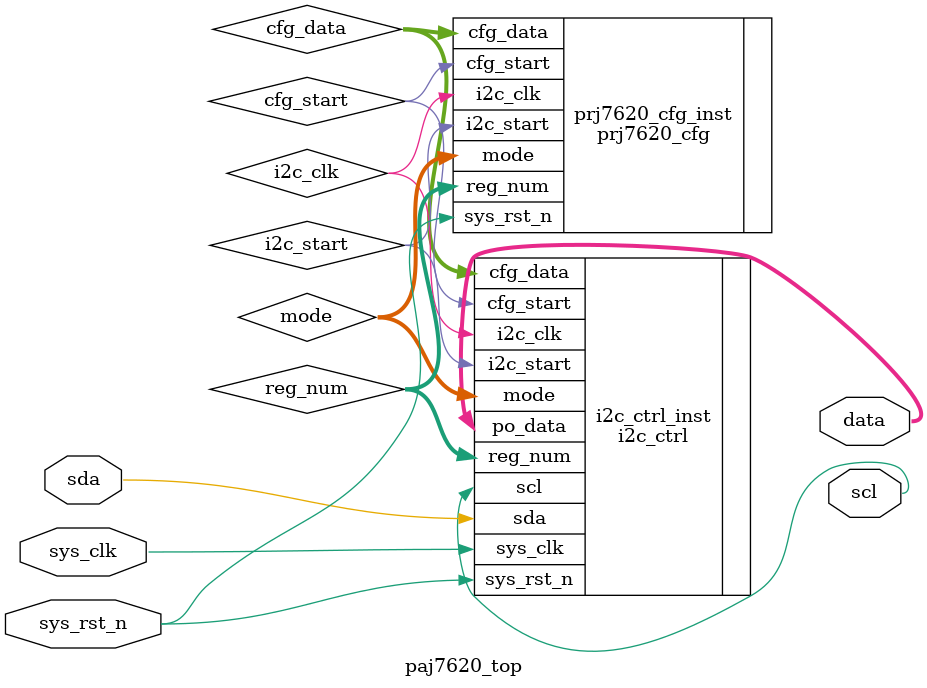
<source format=v>
module  paj7620_top
(
	input	wire			sys_clk		,
	input	wire			sys_rst_n	,
	
	output	wire			scl			,
	// output	reg 	[3:0]	led			,
	output	wire	[7:0]	data		,
	
	inout	wire			sda	
);

//parameter	CNT_MAX	=	26'd50_000_000  ;
parameter	CNT_MAX	=	10'd1000  ;

wire			i2c_start	;
wire			cfg_start	;
wire			i2c_clk		;
wire	[23:0]	cfg_data	;
wire	[2:0]	mode		;
wire	[5:0]	reg_num		;
(*noprune*)reg		[25:0]	cnt[3:0]	;
(*noprune*)reg				flag[3:0]	;

always@(posedge sys_clk or negedge sys_rst_n)
	if(sys_rst_n == 1'b0)
		begin
			flag[0]	<=  1'b0	;
			flag[1]	<=  1'b0	;
			flag[2]	<=  1'b0	;
			flag[3]	<=  1'b0	;
		end
	else  if((data[3:0] == 4'b1000)||((data[3:0] == 4'b0000)&&(flag[3] == 1'b1)))
		begin
			flag[0]	<=  1'b0	;
			flag[1]	<=  1'b0	;
			flag[2]	<=  1'b0	;
			if(cnt[3] == CNT_MAX - 1'b1)
				flag[3] <=  1'b0 	;
			else  
				flag[3]	<=  1'b1	;
		end		
	else  if((data[3:0] == 4'b0100)||((data[3:0] == 4'b0000)&&(flag[2] == 1'b1)))
		begin
			flag[0]	<=  1'b0	;
			flag[1]	<=  1'b0	;
			if(cnt[2] == CNT_MAX - 1'b1)
				flag[2]	<=  1'b0	;
			else
				flag[2] <=  1'b1	;
			flag[3]	<=  1'b0	;
		end	
	else  if((data[3:0] == 4'b0010)||((data[3:0] == 4'b0000)&&(flag[1] == 1'b1)))
		begin
			flag[0]	<=  1'b0	;
			if(cnt[1] == CNT_MAX - 1'b1)
				flag[1]	<=  1'b0	;
			else
				flag[1] <=  1'b1	;
			flag[2]	<=  1'b0	;
			flag[3]	<=  1'b0	;
		end	
	else  if((data[3:0] == 4'b0001)||((data[3:0] == 4'b0000)&&(flag[0] == 1'b1)))
		begin
			if(cnt[0] == CNT_MAX - 1'b1)
				flag[0]	<=  1'b0	;
			else
				flag[0]	<=  1'b1	;
			flag[1]	<=  1'b0	;
			flag[2]	<=  1'b0	;
			flag[3]	<=  1'b0	;
		end
	else  if(data[3:0] == 4'b0000)
		begin
			flag[0]	<=  1'b0  ;
			flag[1]	<=  1'b0  ;
			flag[2] <=  1'b0  ;
			flag[3] <=  1'b0  ;
		end
	else
		begin
			flag[0]	<=  flag[0]	;		
			flag[1]	<=  flag[1]	;		
			flag[2]	<=  flag[2]	;		
			flag[3]	<=  flag[3]	;		
		end
		
always@(posedge sys_clk or negedge sys_rst_n)
	if(sys_rst_n == 1'b0)
		begin
			cnt[0]	<=  26'd0  ;
			cnt[1]	<=  26'd0  ;
			cnt[2]	<=  26'd0  ;
			cnt[3]	<=  26'd0  ;
		end
	else  if(flag[0] == 1'b1)
		begin
			cnt[0]	<=  cnt[0] + 1'b1  ;
			cnt[1]	<=  26'd0  ;
			cnt[2]	<=  26'd0  ;
			cnt[3]	<=  26'd0  ;
		end	
	else  if(flag[1] == 1'b1)
		begin
			cnt[1]	<=  cnt[1] + 1'b1  ;
			cnt[0]	<=  26'd0  ;
			cnt[2]	<=  26'd0  ;
			cnt[3]	<=  26'd0  ;
		end	
		
	else  if(flag[2] == 1'b1)
		begin
			cnt[2]	<=  cnt[2] + 1'b1  ;
			cnt[0]	<=  26'd0  ;
			cnt[1]	<=  26'd0  ;
			cnt[3]	<=  26'd0  ;
		end		
	else  if(flag[3] == 1'b1)
		begin
			cnt[3]	<=  cnt[3] + 1'b1  ;
			cnt[1]	<=  26'd0  ;
			cnt[2]	<=  26'd0  ;
			cnt[0]	<=  26'd0  ;
		end	
	else  if((flag[0] == 1'b0)&&(flag[1] == 1'b0)&&(flag[2] == 1'b0)&&(flag[3] == 1'b0))
		begin
			cnt[0]	<=  26'd0  ;
			cnt[1]	<=  26'd0  ;
			cnt[2]	<=  26'd0  ;
			cnt[3]	<=  26'd0  ;
		end
	else
		begin
			cnt[0]	<=  cnt[0];
			cnt[1]	<=  cnt[1];
			cnt[2]	<=  cnt[2];
			cnt[3]	<=  cnt[3];	
		end
		
// always@(*)
// 	if(sys_rst_n == 1'b0)
// 		begin
// 			led[0]  <=  1'b0  ;
// 			led[1]  <=  1'b0  ;
// 			led[2]  <=  1'b0  ;
// 			led[3]  <=  1'b0  ;
// 		end
// 	else  if(flag[0] == 1'b1)
// 		begin
// 			led[0]	<=  1'b1  ;
// 			led[1]  <=  1'b0  ;
// 			led[2]  <=  1'b0  ;
// 			led[3]  <=  1'b0  ;
// 		end
// 	else  if(flag[1] == 1'b1)
// 		begin
// 			led[1]	<=  1'b1  ;
// 			led[0]  <=  1'b0  ;
// 			led[2]  <=  1'b0  ;
// 			led[3]  <=  1'b0  ;
// 		end	
// 	else  if(flag[2] == 1'b1)
// 		begin
// 			led[2]  <=  1'b1  ;
// 			led[1]  <=  1'b0  ;
// 			led[0]  <=  1'b0  ;
// 			led[3]  <=  1'b0  ;
// 		end
// 	else  if(flag[3] == 1'b1)
// 		begin
// 			led[3]  <=  1'b1  ;
// 			led[1]  <=  1'b0  ;
// 			led[2]  <=  1'b0  ;
// 			led[0]  <=  1'b0  ;
// 		end	
// 	else  if((flag[0] == 1'b0)&&(flag[1] == 1'b0)&&(flag[2] == 1'b0)&&(flag[3] == 1'b0))
// 		begin
// 			led[3]  <=  1'b0  ;
// 			led[2]  <=  1'b0  ;
// 			led[1]  <=  1'b0  ;
// 			led[0]  <=  1'b0  ;
// 		end
// 	else
// 		begin
// 			led[0]  <=  led[0];
// 			led[1]  <=  led[1];		
// 			led[2]  <=  led[2];		
// 			led[3]  <=  led[3];		
// 		end

i2c_ctrl  i2c_ctrl_inst
(
	.sys_clk	(sys_clk	)	,
	.sys_rst_n	(sys_rst_n	)	,
	.cfg_data	(cfg_data	)	,
	.i2c_start	(i2c_start	)	,
	.reg_num	(reg_num	)	,
	.scl		(scl		)	,
	.cfg_start 	(cfg_start 	)	,
	.i2c_clk	(i2c_clk	)	,
	.mode		(mode		)	,
	.po_data	(data	    )	,
	.sda	    (sda	    )
);

prj7620_cfg  prj7620_cfg_inst
(
	.i2c_clk	(i2c_clk	),
	.sys_rst_n	(sys_rst_n	),
	.cfg_start	(cfg_start	),
	.mode		(mode		),
	.cfg_data	(cfg_data	),
	.i2c_start	(i2c_start	),
	.reg_num	(reg_num	)
);

endmodule
</source>
